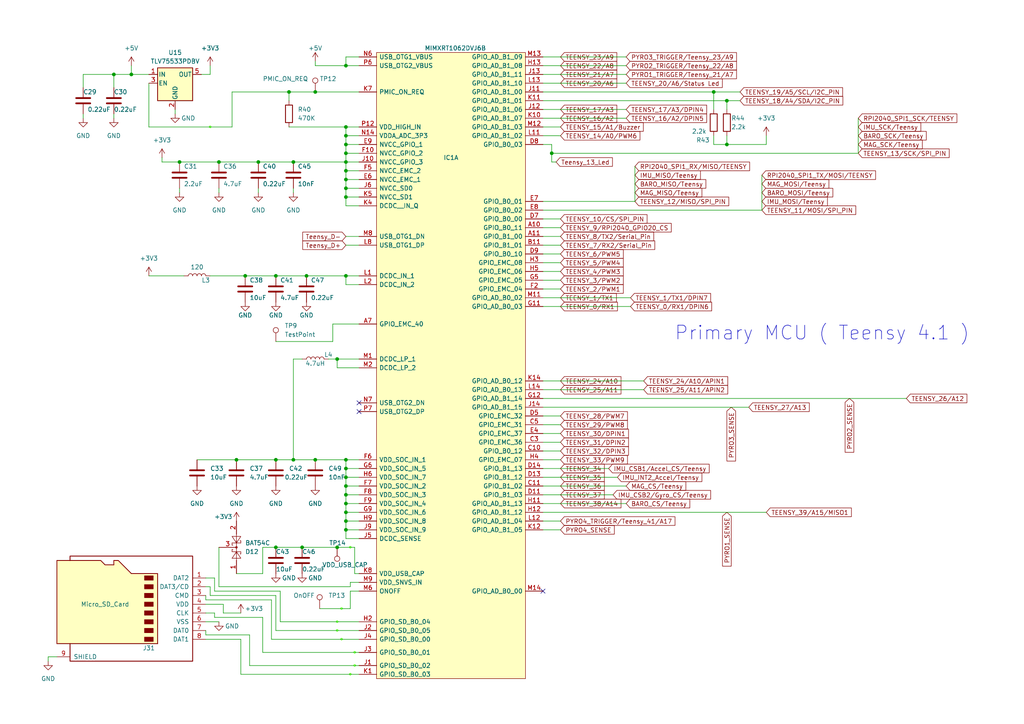
<source format=kicad_sch>
(kicad_sch (version 20231120) (generator "eeschema") (generator_version "8.0")
  (paper "A4")
  (junction (at 91.44 133.35))
  (junction (at 74.93 46.99))
  (junction (at 33.02 21.59))
  (junction (at 100.33 135.89))
  (junction (at 52.07 46.99))
  (junction (at 38.1 21.59))
  (junction (at 100.33 140.97))
  (junction (at 80.01 133.35))
  (junction (at 91.44 26.67))
  (junction (at 100.33 143.51))
  (junction (at 210.82 29.21))
  (junction (at 83.82 26.67))
  (junction (at 71.12 80.01))
  (junction (at 100.33 52.07))
  (junction (at 100.33 80.01))
  (junction (at 100.33 151.13))
  (junction (at 100.33 49.53))
  (junction (at 100.33 46.99))
  (junction (at 207.01 26.67))
  (junction (at 87.63 158.75))
  (junction (at 100.33 146.05))
  (junction (at 100.33 153.67))
  (junction (at 100.33 54.61))
  (junction (at 100.33 57.15))
  (junction (at 85.09 133.35))
  (junction (at 100.33 133.35))
  (junction (at 97.79 158.75))
  (junction (at 97.79 104.14))
  (junction (at 100.33 36.83))
  (junction (at 100.33 148.59))
  (junction (at 100.33 44.45))
  (junction (at 100.33 19.05))
  (junction (at 100.33 41.91))
  (junction (at 210.82 41.91))
  (junction (at 88.9 80.01))
  (junction (at 68.58 133.35))
  (junction (at 63.5 46.99))
  (junction (at 80.01 80.01))
  (junction (at 85.09 46.99))
  (junction (at 100.33 39.37))
  (junction (at 80.01 158.75))
  (junction (at 100.33 138.43))
  (junction (at 160.02 44.45))
  (no_connect (at 157.48 171.45))
  (no_connect (at 104.14 116.84))
  (no_connect (at 104.14 119.38))
  (wire (pts (xy 13.97 190.5) (xy 16.51 190.5)))
  (wire (pts (xy 60.96 170.18) (xy 60.96 172.72)))
  (wire (pts (xy 67.31 36.83) (xy 67.31 26.67)))
  (wire (pts (xy 100.33 146.05) (xy 100.33 148.59)))
  (wire (pts (xy 83.82 26.67) (xy 91.44 26.67)))
  (wire (pts (xy 100.33 71.12) (xy 104.14 71.12)))
  (wire (pts (xy 59.69 177.8) (xy 62.23 177.8)))
  (wire (pts (xy 67.31 26.67) (xy 83.82 26.67)))
  (wire (pts (xy 100.33 46.99) (xy 104.14 46.99)))
  (wire (pts (xy 76.2 158.75) (xy 80.01 158.75)))
  (wire (pts (xy 157.48 26.67) (xy 207.01 26.67)))
  (wire (pts (xy 100.33 52.07) (xy 100.33 54.61)))
  (wire (pts (xy 81.28 171.45) (xy 62.23 171.45)))
  (wire (pts (xy 63.5 170.18) (xy 63.5 158.75)))
  (wire (pts (xy 100.33 140.97) (xy 104.14 140.97)))
  (wire (pts (xy 100.33 49.53) (xy 104.14 49.53)))
  (wire (pts (xy 97.79 104.14) (xy 104.14 104.14)))
  (wire (pts (xy 157.48 123.19) (xy 162.56 123.19)))
  (wire (pts (xy 100.33 36.83) (xy 104.14 36.83)))
  (wire (pts (xy 157.48 115.57) (xy 262.89 115.57)))
  (wire (pts (xy 100.33 153.67) (xy 104.14 153.67)))
  (wire (pts (xy 157.48 81.28) (xy 162.56 81.28)))
  (wire (pts (xy 157.48 133.35) (xy 162.56 133.35)))
  (wire (pts (xy 100.33 143.51) (xy 100.33 146.05)))
  (wire (pts (xy 78.74 185.42) (xy 104.14 185.42)))
  (wire (pts (xy 83.82 26.67) (xy 83.82 29.21)))
  (wire (pts (xy 100.33 36.83) (xy 100.33 39.37)))
  (wire (pts (xy 157.48 151.13) (xy 162.56 151.13)))
  (wire (pts (xy 100.33 41.91) (xy 104.14 41.91)))
  (wire (pts (xy 76.2 166.37) (xy 76.2 158.75)))
  (wire (pts (xy 157.48 130.81) (xy 162.56 130.81)))
  (wire (pts (xy 160.02 44.45) (xy 160.02 41.91)))
  (wire (pts (xy 157.48 31.75) (xy 181.61 31.75)))
  (wire (pts (xy 59.69 172.72) (xy 59.69 173.99)))
  (wire (pts (xy 97.79 158.75) (xy 102.87 158.75)))
  (wire (pts (xy 59.69 184.15) (xy 59.69 182.88)))
  (wire (pts (xy 157.48 21.59) (xy 181.61 21.59)))
  (wire (pts (xy 157.48 125.73) (xy 162.56 125.73)))
  (wire (pts (xy 33.02 25.4) (xy 33.02 21.59)))
  (wire (pts (xy 88.9 80.01) (xy 100.33 80.01)))
  (wire (pts (xy 59.69 170.18) (xy 60.96 170.18)))
  (wire (pts (xy 97.79 106.68) (xy 97.79 104.14)))
  (wire (pts (xy 69.85 185.42) (xy 69.85 195.58)))
  (wire (pts (xy 85.09 104.14) (xy 85.09 133.35)))
  (wire (pts (xy 100.33 44.45) (xy 100.33 46.99)))
  (wire (pts (xy 46.99 45.72) (xy 46.99 46.99)))
  (wire (pts (xy 100.33 146.05) (xy 104.14 146.05)))
  (wire (pts (xy 100.33 54.61) (xy 100.33 57.15)))
  (wire (pts (xy 38.1 21.59) (xy 43.18 21.59)))
  (wire (pts (xy 100.33 39.37) (xy 104.14 39.37)))
  (wire (pts (xy 101.6 168.91) (xy 104.14 168.91)))
  (wire (pts (xy 60.96 19.05) (xy 60.96 21.59)))
  (wire (pts (xy 46.99 46.99) (xy 52.07 46.99)))
  (wire (pts (xy 100.33 148.59) (xy 100.33 151.13)))
  (wire (pts (xy 210.82 29.21) (xy 214.63 29.21)))
  (wire (pts (xy 157.48 140.97) (xy 181.61 140.97)))
  (wire (pts (xy 81.28 180.34) (xy 104.14 180.34)))
  (wire (pts (xy 157.48 60.96) (xy 220.98 60.96)))
  (wire (pts (xy 220.98 50.8) (xy 220.98 60.96)))
  (wire (pts (xy 72.39 184.15) (xy 72.39 193.04)))
  (wire (pts (xy 104.14 82.55) (xy 100.33 82.55)))
  (wire (pts (xy 100.33 148.59) (xy 104.14 148.59)))
  (wire (pts (xy 85.09 133.35) (xy 91.44 133.35)))
  (wire (pts (xy 63.5 46.99) (xy 74.93 46.99)))
  (wire (pts (xy 160.02 46.99) (xy 161.29 46.99)))
  (wire (pts (xy 184.15 48.26) (xy 184.15 58.42)))
  (wire (pts (xy 80.01 80.01) (xy 88.9 80.01)))
  (wire (pts (xy 85.09 46.99) (xy 100.33 46.99)))
  (wire (pts (xy 157.48 68.58) (xy 162.56 68.58)))
  (wire (pts (xy 87.63 158.75) (xy 97.79 158.75)))
  (wire (pts (xy 52.07 55.88) (xy 52.07 54.61)))
  (wire (pts (xy 207.01 26.67) (xy 207.01 31.75)))
  (wire (pts (xy 157.48 71.12) (xy 162.56 71.12)))
  (wire (pts (xy 157.48 86.36) (xy 182.88 86.36)))
  (wire (pts (xy 100.33 151.13) (xy 100.33 153.67)))
  (wire (pts (xy 68.58 133.35) (xy 80.01 133.35)))
  (wire (pts (xy 57.15 133.35) (xy 68.58 133.35)))
  (wire (pts (xy 157.48 118.11) (xy 217.17 118.11)))
  (wire (pts (xy 80.01 172.72) (xy 80.01 182.88)))
  (wire (pts (xy 100.33 138.43) (xy 104.14 138.43)))
  (wire (pts (xy 157.48 76.2) (xy 162.56 76.2)))
  (wire (pts (xy 62.23 177.8) (xy 62.23 179.07)))
  (wire (pts (xy 85.09 55.88) (xy 85.09 54.61)))
  (wire (pts (xy 100.33 49.53) (xy 100.33 52.07)))
  (wire (pts (xy 80.01 133.35) (xy 85.09 133.35)))
  (wire (pts (xy 157.48 29.21) (xy 210.82 29.21)))
  (wire (pts (xy 157.48 36.83) (xy 162.56 36.83)))
  (wire (pts (xy 62.23 171.45) (xy 62.23 167.64)))
  (wire (pts (xy 91.44 17.78) (xy 91.44 19.05)))
  (wire (pts (xy 157.48 83.82) (xy 162.56 83.82)))
  (wire (pts (xy 157.48 143.51) (xy 177.8 143.51)))
  (wire (pts (xy 64.77 177.8) (xy 64.77 175.26)))
  (wire (pts (xy 157.48 148.59) (xy 222.25 148.59)))
  (wire (pts (xy 43.18 24.13) (xy 43.18 36.83)))
  (wire (pts (xy 100.33 133.35) (xy 100.33 135.89)))
  (wire (pts (xy 157.48 66.04) (xy 162.56 66.04)))
  (wire (pts (xy 100.33 80.01) (xy 104.14 80.01)))
  (wire (pts (xy 74.93 55.88) (xy 74.93 54.61)))
  (wire (pts (xy 100.33 57.15) (xy 100.33 59.69)))
  (wire (pts (xy 157.48 34.29) (xy 181.61 34.29)))
  (wire (pts (xy 33.02 33.02) (xy 33.02 34.29)))
  (wire (pts (xy 43.18 80.01) (xy 53.34 80.01)))
  (wire (pts (xy 157.48 16.51) (xy 181.61 16.51)))
  (wire (pts (xy 100.33 59.69) (xy 104.14 59.69)))
  (wire (pts (xy 101.6 171.45) (xy 104.14 171.45)))
  (wire (pts (xy 24.13 25.4) (xy 24.13 21.59)))
  (wire (pts (xy 104.14 106.68) (xy 97.79 106.68)))
  (wire (pts (xy 63.5 55.88) (xy 63.5 54.61)))
  (wire (pts (xy 72.39 193.04) (xy 104.14 193.04)))
  (wire (pts (xy 100.33 151.13) (xy 104.14 151.13)))
  (wire (pts (xy 33.02 21.59) (xy 38.1 21.59)))
  (wire (pts (xy 96.52 93.98) (xy 104.14 93.98)))
  (wire (pts (xy 80.01 158.75) (xy 87.63 158.75)))
  (wire (pts (xy 104.14 166.37) (xy 102.87 166.37)))
  (wire (pts (xy 100.33 68.58) (xy 104.14 68.58)))
  (wire (pts (xy 100.33 39.37) (xy 100.33 41.91)))
  (wire (pts (xy 100.33 140.97) (xy 100.33 143.51)))
  (wire (pts (xy 76.2 189.23) (xy 104.14 189.23)))
  (wire (pts (xy 24.13 33.02) (xy 24.13 34.29)))
  (wire (pts (xy 92.71 176.53) (xy 101.6 176.53)))
  (wire (pts (xy 24.13 21.59) (xy 33.02 21.59)))
  (wire (pts (xy 157.48 138.43) (xy 179.07 138.43)))
  (wire (pts (xy 157.48 39.37) (xy 162.56 39.37)))
  (wire (pts (xy 100.33 138.43) (xy 100.33 140.97)))
  (wire (pts (xy 100.33 16.51) (xy 104.14 16.51)))
  (wire (pts (xy 157.48 88.9) (xy 182.88 88.9)))
  (wire (pts (xy 80.01 182.88) (xy 104.14 182.88)))
  (wire (pts (xy 59.69 185.42) (xy 69.85 185.42)))
  (wire (pts (xy 80.01 99.06) (xy 96.52 99.06)))
  (wire (pts (xy 91.44 133.35) (xy 100.33 133.35)))
  (wire (pts (xy 160.02 44.45) (xy 160.02 46.99)))
  (wire (pts (xy 207.01 41.91) (xy 210.82 41.91)))
  (wire (pts (xy 157.48 120.65) (xy 162.56 120.65)))
  (wire (pts (xy 157.48 24.13) (xy 181.61 24.13)))
  (wire (pts (xy 100.33 135.89) (xy 100.33 138.43)))
  (wire (pts (xy 100.33 135.89) (xy 104.14 135.89)))
  (wire (pts (xy 157.48 110.49) (xy 186.69 110.49)))
  (wire (pts (xy 157.48 73.66) (xy 162.56 73.66)))
  (wire (pts (xy 74.93 46.99) (xy 85.09 46.99)))
  (wire (pts (xy 101.6 170.18) (xy 101.6 168.91)))
  (wire (pts (xy 60.96 172.72) (xy 80.01 172.72)))
  (wire (pts (xy 222.25 41.91) (xy 222.25 39.37)))
  (wire (pts (xy 91.44 26.67) (xy 104.14 26.67)))
  (wire (pts (xy 157.48 78.74) (xy 162.56 78.74)))
  (wire (pts (xy 100.33 19.05) (xy 104.14 19.05)))
  (wire (pts (xy 100.33 46.99) (xy 100.33 49.53)))
  (wire (pts (xy 13.97 191.77) (xy 13.97 190.5)))
  (wire (pts (xy 100.33 16.51) (xy 100.33 19.05)))
  (wire (pts (xy 101.6 176.53) (xy 101.6 171.45)))
  (wire (pts (xy 210.82 39.37) (xy 210.82 41.91)))
  (wire (pts (xy 101.6 170.18) (xy 63.5 170.18)))
  (wire (pts (xy 78.74 173.99) (xy 78.74 185.42)))
  (wire (pts (xy 85.09 104.14) (xy 87.63 104.14)))
  (wire (pts (xy 157.48 113.03) (xy 186.69 113.03)))
  (wire (pts (xy 83.82 36.83) (xy 100.33 36.83)))
  (wire (pts (xy 157.48 19.05) (xy 181.61 19.05)))
  (wire (pts (xy 71.12 80.01) (xy 80.01 80.01)))
  (wire (pts (xy 62.23 179.07) (xy 76.2 179.07)))
  (wire (pts (xy 50.8 33.02) (xy 50.8 31.75)))
  (wire (pts (xy 43.18 36.83) (xy 67.31 36.83)))
  (wire (pts (xy 207.01 39.37) (xy 207.01 41.91)))
  (wire (pts (xy 104.14 156.21) (xy 100.33 156.21)))
  (wire (pts (xy 76.2 179.07) (xy 76.2 189.23)))
  (wire (pts (xy 100.33 54.61) (xy 104.14 54.61)))
  (wire (pts (xy 59.69 180.34) (xy 63.5 180.34)))
  (wire (pts (xy 100.33 133.35) (xy 104.14 133.35)))
  (wire (pts (xy 100.33 143.51) (xy 104.14 143.51)))
  (wire (pts (xy 100.33 52.07) (xy 104.14 52.07)))
  (wire (pts (xy 64.77 175.26) (xy 59.69 175.26)))
  (wire (pts (xy 100.33 41.91) (xy 100.33 44.45)))
  (wire (pts (xy 157.48 128.27) (xy 162.56 128.27)))
  (wire (pts (xy 102.87 166.37) (xy 102.87 158.75)))
  (wire (pts (xy 157.48 146.05) (xy 181.61 146.05)))
  (wire (pts (xy 160.02 41.91) (xy 157.48 41.91)))
  (wire (pts (xy 95.25 104.14) (xy 97.79 104.14)))
  (wire (pts (xy 38.1 19.05) (xy 38.1 21.59)))
  (wire (pts (xy 157.48 63.5) (xy 162.56 63.5)))
  (wire (pts (xy 100.33 153.67) (xy 100.33 156.21)))
  (wire (pts (xy 157.48 58.42) (xy 184.15 58.42)))
  (wire (pts (xy 81.28 180.34) (xy 81.28 171.45)))
  (wire (pts (xy 100.33 44.45) (xy 104.14 44.45)))
  (wire (pts (xy 248.92 34.29) (xy 248.92 44.45)))
  (wire (pts (xy 100.33 57.15) (xy 104.14 57.15)))
  (wire (pts (xy 59.69 173.99) (xy 78.74 173.99)))
  (wire (pts (xy 100.33 80.01) (xy 100.33 82.55)))
  (wire (pts (xy 60.96 80.01) (xy 71.12 80.01)))
  (wire (pts (xy 160.02 44.45) (xy 248.92 44.45)))
  (wire (pts (xy 157.48 153.67) (xy 162.56 153.67)))
  (wire (pts (xy 210.82 29.21) (xy 210.82 31.75)))
  (wire (pts (xy 69.85 195.58) (xy 104.14 195.58)))
  (wire (pts (xy 59.69 184.15) (xy 72.39 184.15)))
  (wire (pts (xy 91.44 19.05) (xy 100.33 19.05)))
  (wire (pts (xy 52.07 46.99) (xy 63.5 46.99)))
  (wire (pts (xy 68.58 166.37) (xy 76.2 166.37)))
  (wire (pts (xy 157.48 135.89) (xy 176.53 135.89)))
  (wire (pts (xy 207.01 26.67) (xy 214.63 26.67)))
  (wire (pts (xy 210.82 41.91) (xy 222.25 41.91)))
  (wire (pts (xy 96.52 99.06) (xy 96.52 93.98)))
  (wire (pts (xy 60.96 21.59) (xy 58.42 21.59)))
  (wire (pts (xy 64.77 177.8) (xy 69.85 177.8)))
  (wire (pts (xy 59.69 167.64) (xy 62.23 167.64)))
  (text "Primary MCU ( Teensy 4.1 )" (at 195.58 99.06 0) (effects (font (size 4 4)) (justify left bottom)))
  (global_label "PYRO3_SENSE" (shape input) (at 212.09 118.11 270) (property "Intersheetrefs" "${INTERSHEET_REFS}" (effects (hide yes))))
  (global_label "TEENSY_13{slash}SCK{slash}SPI_PIN" (shape input) (at 248.92 44.45 0) (property "Intersheetrefs" "${INTERSHEET_REFS}" (effects (hide yes))))
  (global_label "TEENSY_24{slash}A10{slash}APIN1" (shape input) (at 186.69 110.49 0) (property "Intersheetrefs" "${INTERSHEET_REFS}" (effects (hide yes))))
  (global_label "TEENSY_15{slash}A1{slash}Buzzer" (shape input) (at 162.56 36.83 0) (property "Intersheetrefs" "${INTERSHEET_REFS}" (effects (hide yes))))
  (global_label "IMU_INT2_Accel{slash}Teensy" (shape input) (at 179.07 138.43 0) (property "Intersheetrefs" "${INTERSHEET_REFS}" (effects (hide yes))))
  (global_label "BARO_CS{slash}Teensy" (shape input) (at 181.61 146.05 0) (property "Intersheetrefs" "${INTERSHEET_REFS}" (effects (hide yes))))
  (global_label "RPI2040_SPI1_RX{slash}MISO{slash}TEENSY" (shape input) (at 184.15 48.26 0) (property "Intersheetrefs" "${INTERSHEET_REFS}" (effects (hide yes))))
  (global_label "TEENSY_32{slash}DPIN3" (shape input) (at 162.56 130.81 0) (property "Intersheetrefs" "${INTERSHEET_REFS}" (effects (hide yes))))
  (global_label "BARO_MISO{slash}Teensy" (shape input) (at 184.15 53.34 0) (property "Intersheetrefs" "${INTERSHEET_REFS}" (effects (hide yes))))
  (global_label "IMU_CSB1{slash}Accel_CS{slash}Teensy" (shape input) (at 176.53 135.89 0) (property "Intersheetrefs" "${INTERSHEET_REFS}" (effects (hide yes))))
  (global_label "TEENSY_18{slash}A4{slash}SDA{slash}I2C_PIN" (shape input) (at 214.63 29.21 0) (property "Intersheetrefs" "${INTERSHEET_REFS}" (effects (hide yes))))
  (global_label "TEENSY_1{slash}TX1{slash}DPIN7" (shape input) (at 182.88 86.36 0) (property "Intersheetrefs" "${INTERSHEET_REFS}" (effects (hide yes))))
  (global_label "MAG_MOSI{slash}Teensy" (shape input) (at 220.98 53.34 0) (property "Intersheetrefs" "${INTERSHEET_REFS}" (effects (hide yes))))
  (global_label "TEENSY_30{slash}DPIN1" (shape input) (at 162.56 125.73 0) (property "Intersheetrefs" "${INTERSHEET_REFS}" (effects (hide yes))))
  (global_label "RPI2040_SPI1_TX{slash}MOSI{slash}TEENSY" (shape input) (at 220.98 50.8 0) (property "Intersheetrefs" "${INTERSHEET_REFS}" (effects (hide yes))))
  (global_label "TEENSY_8{slash}TX2{slash}Serial_Pin" (shape input) (at 162.56 68.58 0) (property "Intersheetrefs" "${INTERSHEET_REFS}" (effects (hide yes))))
  (global_label "TEENSY_16{slash}A2{slash}DPIN5" (shape input) (at 181.61 34.29 0) (property "Intersheetrefs" "${INTERSHEET_REFS}" (effects (hide yes))))
  (global_label "PYRO2_SENSE" (shape input) (at 246.38 115.57 270) (property "Intersheetrefs" "${INTERSHEET_REFS}" (effects (hide yes))))
  (global_label "IMU_MISO{slash}Teensy" (shape input) (at 184.15 50.8 0) (property "Intersheetrefs" "${INTERSHEET_REFS}" (effects (hide yes))))
  (global_label "TEENSY_17{slash}A3{slash}DPIN4" (shape input) (at 181.61 31.75 0) (property "Intersheetrefs" "${INTERSHEET_REFS}" (effects (hide yes))))
  (global_label "TEENSY_11{slash}MOSI{slash}SPI_PIN" (shape input) (at 220.98 60.96 0) (property "Intersheetrefs" "${INTERSHEET_REFS}" (effects (hide yes))))
  (global_label "TEENSY_6{slash}PWM5" (shape input) (at 162.56 73.66 0) (property "Intersheetrefs" "${INTERSHEET_REFS}" (effects (hide yes))))
  (global_label "TEENSY_5{slash}PWM4" (shape input) (at 162.56 76.2 0) (property "Intersheetrefs" "${INTERSHEET_REFS}" (effects (hide yes))))
  (global_label "TEENSY_37" (shape input) (at 162.56 143.51 0) (property "Intersheetrefs" "${INTERSHEET_REFS}" (effects (hide yes))))
  (global_label "Teensy_13_Led" (shape input) (at 161.29 46.99 0) (property "Intersheetrefs" "${INTERSHEET_REFS}" (effects (hide yes))))
  (global_label "TEENSY_3{slash}PWM2" (shape input) (at 162.56 81.28 0) (property "Intersheetrefs" "${INTERSHEET_REFS}" (effects (hide yes))))
  (global_label "TEENSY_16{slash}A2" (shape input) (at 162.56 34.29 0) (property "Intersheetrefs" "${INTERSHEET_REFS}" (effects (hide yes))))
  (global_label "MAG_MISO{slash}Teensy" (shape input) (at 184.15 55.88 0) (property "Intersheetrefs" "${INTERSHEET_REFS}" (effects (hide yes))))
  (global_label "TEENSY_20{slash}A6{slash}Status Led" (shape input) (at 181.61 24.13 0) (property "Intersheetrefs" "${INTERSHEET_REFS}" (effects (hide yes))))
  (global_label "TEENSY_33{slash}PWM9" (shape input) (at 162.56 133.35 0) (property "Intersheetrefs" "${INTERSHEET_REFS}" (effects (hide yes))))
  (global_label "IMU_MOSI{slash}Teensy" (shape input) (at 220.98 58.42 0) (property "Intersheetrefs" "${INTERSHEET_REFS}" (effects (hide yes))))
  (global_label "Teensy_D+" (shape input) (at 100.33 71.12 180) (property "Intersheetrefs" "${INTERSHEET_REFS}" (effects (hide yes))))
  (global_label "TEENSY_23{slash}A9" (shape input) (at 162.56 16.51 0) (property "Intersheetrefs" "${INTERSHEET_REFS}" (effects (hide yes))))
  (global_label "TEENSY_28{slash}PWM7" (shape input) (at 162.56 120.65 0) (property "Intersheetrefs" "${INTERSHEET_REFS}" (effects (hide yes))))
  (global_label "PYRO4_SENSE" (shape input) (at 162.56 153.67 0) (property "Intersheetrefs" "${INTERSHEET_REFS}" (effects (hide yes))))
  (global_label "TEENSY_14{slash}A0{slash}PWM6" (shape input) (at 162.56 39.37 0) (property "Intersheetrefs" "${INTERSHEET_REFS}" (effects (hide yes))))
  (global_label "TEENSY_26{slash}A12" (shape input) (at 262.89 115.57 0) (property "Intersheetrefs" "${INTERSHEET_REFS}" (effects (hide yes))))
  (global_label "TEENSY_1{slash}TX1" (shape input) (at 162.56 86.36 0) (property "Intersheetrefs" "${INTERSHEET_REFS}" (effects (hide yes))))
  (global_label "MAG_SCK{slash}Teensy" (shape input) (at 248.92 41.91 0) (property "Intersheetrefs" "${INTERSHEET_REFS}" (effects (hide yes))))
  (global_label "PYRO3_TRIGGER{slash}Teensy_23{slash}A9" (shape input) (at 181.61 16.51 0) (property "Intersheetrefs" "${INTERSHEET_REFS}" (effects (hide yes))))
  (global_label "TEENSY_25{slash}A11{slash}APIN2" (shape input) (at 186.69 113.03 0) (property "Intersheetrefs" "${INTERSHEET_REFS}" (effects (hide yes))))
  (global_label "MAG_CS{slash}Teensy" (shape input) (at 181.61 140.97 0) (property "Intersheetrefs" "${INTERSHEET_REFS}" (effects (hide yes))))
  (global_label "TEENSY_20{slash}A6" (shape input) (at 162.56 24.13 0) (property "Intersheetrefs" "${INTERSHEET_REFS}" (effects (hide yes))))
  (global_label "RPI2040_SPI1_SCK{slash}TEENSY" (shape input) (at 248.92 34.29 0) (property "Intersheetrefs" "${INTERSHEET_REFS}" (effects (hide yes))))
  (global_label "TEENSY_25{slash}A11" (shape input) (at 162.56 113.03 0) (property "Intersheetrefs" "${INTERSHEET_REFS}" (effects (hide yes))))
  (global_label "TEENSY_17{slash}A3" (shape input) (at 162.56 31.75 0) (property "Intersheetrefs" "${INTERSHEET_REFS}" (effects (hide yes))))
  (global_label "TEENSY_34" (shape input) (at 162.56 135.89 0) (property "Intersheetrefs" "${INTERSHEET_REFS}" (effects (hide yes))))
  (global_label "IMU_SCK{slash}Teensy" (shape input) (at 248.92 36.83 0) (property "Intersheetrefs" "${INTERSHEET_REFS}" (effects (hide yes))))
  (global_label "TEENSY_19{slash}A5{slash}SCL{slash}I2C_PIN" (shape input) (at 214.63 26.67 0) (property "Intersheetrefs" "${INTERSHEET_REFS}" (effects (hide yes))))
  (global_label "TEENSY_7{slash}RX2{slash}Serial_Pin" (shape input) (at 162.56 71.12 0) (property "Intersheetrefs" "${INTERSHEET_REFS}" (effects (hide yes))))
  (global_label "TEENSY_24{slash}A10" (shape input) (at 162.56 110.49 0) (property "Intersheetrefs" "${INTERSHEET_REFS}" (effects (hide yes))))
  (global_label "TEENSY_0{slash}RX1" (shape input) (at 162.56 88.9 0) (property "Intersheetrefs" "${INTERSHEET_REFS}" (effects (hide yes))))
  (global_label "TEENSY_2{slash}PWM1" (shape input) (at 162.56 83.82 0) (property "Intersheetrefs" "${INTERSHEET_REFS}" (effects (hide yes))))
  (global_label "PYRO4_TRIGGER{slash}Teensy_41{slash}A17" (shape input) (at 162.56 151.13 0) (property "Intersheetrefs" "${INTERSHEET_REFS}" (effects (hide yes))))
  (global_label "TEENSY_39{slash}A15{slash}MISO1" (shape input) (at 222.25 148.59 0) (property "Intersheetrefs" "${INTERSHEET_REFS}" (effects (hide yes))))
  (global_label "Teensy_D-" (shape input) (at 100.33 68.58 180) (property "Intersheetrefs" "${INTERSHEET_REFS}" (effects (hide yes))))
  (global_label "TEENSY_29{slash}PWM8" (shape input) (at 162.56 123.19 0) (property "Intersheetrefs" "${INTERSHEET_REFS}" (effects (hide yes))))
  (global_label "PYRO1_SENSE" (shape input) (at 210.82 148.59 270) (property "Intersheetrefs" "${INTERSHEET_REFS}" (effects (hide yes))))
  (global_label "BARO_SCK{slash}Teensy" (shape input) (at 248.92 39.37 0) (property "Intersheetrefs" "${INTERSHEET_REFS}" (effects (hide yes))))
  (global_label "TEENSY_9{slash}RPI2040_GPIO20_CS" (shape input) (at 162.56 66.04 0) (property "Intersheetrefs" "${INTERSHEET_REFS}" (effects (hide yes))))
  (global_label "TEENSY_12{slash}MISO{slash}SPI_PIN" (shape input) (at 184.15 58.42 0) (property "Intersheetrefs" "${INTERSHEET_REFS}" (effects (hide yes))))
  (global_label "TEENSY_22{slash}A8" (shape input) (at 162.56 19.05 0) (property "Intersheetrefs" "${INTERSHEET_REFS}" (effects (hide yes))))
  (global_label "TEENSY_0{slash}RX1{slash}DPIN6" (shape input) (at 182.88 88.9 0) (property "Intersheetrefs" "${INTERSHEET_REFS}" (effects (hide yes))))
  (global_label "TEENSY_4{slash}PWM3" (shape input) (at 162.56 78.74 0) (property "Intersheetrefs" "${INTERSHEET_REFS}" (effects (hide yes))))
  (global_label "PYRO2_TRIGGER{slash}Teensy_22{slash}A8" (shape input) (at 181.61 19.05 0) (property "Intersheetrefs" "${INTERSHEET_REFS}" (effects (hide yes))))
  (global_label "TEENSY_36" (shape input) (at 162.56 140.97 0) (property "Intersheetrefs" "${INTERSHEET_REFS}" (effects (hide yes))))
  (global_label "PYRO1_TRIGGER{slash}Teensy_21{slash}A7" (shape input) (at 181.61 21.59 0) (property "Intersheetrefs" "${INTERSHEET_REFS}" (effects (hide yes))))
  (global_label "TEENSY_27{slash}A13" (shape input) (at 217.17 118.11 0) (property "Intersheetrefs" "${INTERSHEET_REFS}" (effects (hide yes))))
  (global_label "BARO_MOSI{slash}Teensy" (shape input) (at 220.98 55.88 0) (property "Intersheetrefs" "${INTERSHEET_REFS}" (effects (hide yes))))
  (global_label "TEENSY_10{slash}CS{slash}SPI_PIN" (shape input) (at 162.56 63.5 0) (property "Intersheetrefs" "${INTERSHEET_REFS}" (effects (hide yes))))
  (global_label "IMU_CSB2{slash}Gyro_CS{slash}Teensy" (shape input) (at 177.8 143.51 0) (property "Intersheetrefs" "${INTERSHEET_REFS}" (effects (hide yes))))
  (global_label "TEENSY_31{slash}DPIN2" (shape input) (at 162.56 128.27 0) (property "Intersheetrefs" "${INTERSHEET_REFS}" (effects (hide yes))))
  (global_label "TEENSY_38{slash}A14" (shape input) (at 162.56 146.05 0) (property "Intersheetrefs" "${INTERSHEET_REFS}" (effects (hide yes))))
  (global_label "TEENSY_21{slash}A7" (shape input) (at 162.56 21.59 0) (property "Intersheetrefs" "${INTERSHEET_REFS}" (effects (hide yes))))
  (global_label "TEENSY_35" (shape input) (at 162.56 138.43 0) (property "Intersheetrefs" "${INTERSHEET_REFS}" (effects (hide yes))))
  (netclass_flag "" (length 0.05) (shape dot) (at 101.6 158.75 0) (property "Netclass" "signal" (effects (hide yes))))
  (netclass_flag "" (length 0.05) (shape dot) (at 60.96 36.83 0) (property "Netclass" "signal" (effects (hide yes))))
  (netclass_flag "" (length 0.05) (shape dot) (at 97.79 182.88 0) (property "Netclass" "signal" (effects (hide yes))))
  (netclass_flag "" (length 0.05) (shape dot) (at 101.6 195.58 0) (property "Netclass" "signal" (effects (hide yes))))
  (netclass_flag "" (length 0.05) (shape dot) (at 97.79 180.34 0) (property "Netclass" "signal" (effects (hide yes))))
  (netclass_flag "" (length 0.05) (shape dot) (at 102.87 193.04 0) (property "Netclass" "signal" (effects (hide yes))))
  (netclass_flag "" (length 0.05) (shape dot) (at 99.06 176.53 0) (property "Netclass" "signal" (effects (hide yes))))
  (netclass_flag "" (length 0.05) (shape dot) (at 102.87 189.23 0) (property "Netclass" "signal" (effects (hide yes))))
  (netclass_flag "" (length 0.05) (shape dot) (at 99.06 185.42 0) (property "Netclass" "signal" (effects (hide yes))))
  (symbol (lib_id "Device:C") (at 68.58 137.16 0) (unit 1)
    (property "Reference" "C37" (at 72.39 135.89 0) (effects (justify left)))
    (property "Value" "4.7uF" (at 72.39 138.43 0) (effects (justify left)))
    (property "Footprint" "Capacitor_SMD:C_0603_1608Metric" (effects (hide yes)))
  )
  (symbol (lib_id "Connector:TestPoint") (at 92.71 176.53 0) (unit 1)
    (property "Reference" "TP13" (at 95.25 172.72 0) (effects (justify left)))
    (property "Value" "OnOFF" (at 85.09 172.72 0) (effects (justify left)))
    (property "Footprint" "TestPoint:TestPoint_Pad_D1.0mm" (effects (hide yes)))
  )
  (symbol (lib_id "Device:C") (at 80.01 137.16 0) (unit 1)
    (property "Reference" "C42" (at 83.82 135.89 0) (effects (justify left)))
    (property "Value" "0.22uF" (at 82.55 138.43 0) (effects (justify left)))
    (property "Footprint" "Capacitor_SMD:C_0402_1005Metric" (effects (hide yes)))
  )
  (symbol (lib_id "power:+3V3") (at 69.85 177.8 0) (unit 1)
    (property "Reference" "#PWR0124" (effects (hide yes)))
    (property "Value" "+3V3" (at 73.66 176.53 0))
  )
  (symbol (lib_id "Device:C") (at 24.13 29.21 0) (unit 1)
    (property "Reference" "C29" (at 24.13 26.67 0) (effects (justify left)))
    (property "Value" "0.22uF" (at 25.4 31.75 0) (effects (justify left)))
    (property "Footprint" "Capacitor_SMD:C_0402_1005Metric" (effects (hide yes)))
  )
  (symbol (lib_id "Device:R") (at 210.82 35.56 0) (unit 1)
    (property "Reference" "R44" (at 212.09 34.29 0) (effects (justify left)))
    (property "Value" "2.2k" (at 212.09 36.83 0) (effects (justify left)))
    (property "Footprint" "Resistor_SMD:R_0603_1608Metric" (effects (hide yes)))
  )
  (symbol (lib_id "Device:R") (at 83.82 33.02 0) (unit 1)
    (property "Reference" "R40" (at 86.36 31.75 0) (effects (justify left)))
    (property "Value" "470K" (at 86.36 34.29 0) (effects (justify left)))
    (property "Footprint" "Resistor_SMD:R_0603_1608Metric" (effects (hide yes)))
  )
  (symbol (lib_id "Device:C") (at 87.63 162.56 0) (unit 1)
    (property "Reference" "C46" (at 87.63 160.02 0) (effects (justify left)))
    (property "Value" "0.22uF" (at 87.63 165.1 0) (effects (justify left)))
    (property "Footprint" "Capacitor_SMD:C_0402_1005Metric" (effects (hide yes)))
  )
  (symbol (lib_id "Connector:TestPoint") (at 80.01 99.06 0) (unit 1)
    (property "Reference" "TP9" (at 82.55 94.488 0) (effects (justify left)))
    (property "Value" "TestPoint" (at 82.55 97.028 0) (effects (justify left)))
    (property "Footprint" "TestPoint:TestPoint_Pad_D1.0mm" (effects (hide yes)))
  )
  (symbol (lib_id "power:GND") (at 71.12 87.63 0) (unit 1)
    (property "Reference" "#PWR0104" (effects (hide yes)))
    (property "Value" "GND" (at 71.12 91.44 0))
  )
  (symbol (lib_id "Device:C") (at 88.9 83.82 0) (unit 1)
    (property "Reference" "C47" (at 90.17 81.28 0) (effects (justify left)))
    (property "Value" "0.22uF" (at 90.17 86.36 0) (effects (justify left)))
    (property "Footprint" "Capacitor_SMD:C_0402_1005Metric" (effects (hide yes)))
  )
  (symbol (lib_id "power:+3V3") (at 68.58 151.13 0) (unit 1)
    (property "Reference" "#PWR0103" (effects (hide yes)))
    (property "Value" "+3V3" (at 64.77 149.86 0))
  )
  (symbol (lib_id "Device:L") (at 91.44 104.14 90) (unit 1)
    (property "Reference" "L4" (at 95.25 102.87 90))
    (property "Value" "4.7uH" (at 91.44 105.41 90))
    (property "Footprint" "Inductor_SMD:L_0805_2012Metric" (effects (hide yes)))
  )
  (symbol (lib_id "power:+5V") (at 91.44 17.78 0) (unit 1)
    (property "Reference" "#PWR0142" (effects (hide yes)))
    (property "Value" "+5V" (at 91.44 13.97 0))
  )
  (symbol (lib_id "power:+3V3") (at 60.96 19.05 0) (unit 1)
    (property "Reference" "#PWR0105" (effects (hide yes)))
    (property "Value" "+3V3" (at 60.96 13.97 0))
  )
  (symbol (lib_id "Device:C") (at 63.5 50.8 0) (unit 1)
    (property "Reference" "C36" (at 64.77 48.26 0) (effects (justify left)))
    (property "Value" "4.7uF" (at 64.77 53.34 0) (effects (justify left)))
    (property "Footprint" "Capacitor_SMD:C_0603_1608Metric" (effects (hide yes)))
  )
  (symbol (lib_id "power:GND") (at 88.9 87.63 0) (unit 1)
    (property "Reference" "#PWR0112" (effects (hide yes)))
    (property "Value" "GND" (at 88.9 91.44 0))
  )
  (symbol (lib_id "power:+3V3") (at 222.25 39.37 0) (unit 1)
    (property "Reference" "#PWR0159" (effects (hide yes)))
    (property "Value" "+3V3" (at 222.25 34.29 0))
  )
  (symbol (lib_id "power:GND") (at 50.8 33.02 0) (unit 1)
    (property "Reference" "#PWR0100" (effects (hide yes)))
    (property "Value" "GND" (at 54.61 34.29 0))
  )
  (symbol (lib_id "Device:C") (at 71.12 83.82 0) (unit 1)
    (property "Reference" "C38" (at 72.39 81.28 0) (effects (justify left)))
    (property "Value" "10uF" (at 72.39 86.36 0) (effects (justify left)))
    (property "Footprint" "Capacitor_SMD:C_0603_1608Metric" (effects (hide yes)))
  )
  (symbol (lib_id "Regulator_Linear:TLV75533PDBV") (at 50.8 24.13 0) (unit 1)
    (property "Reference" "U15" (at 50.8 15.24 0))
    (property "Value" "TLV75533PDBV" (at 50.8 17.78 0))
    (property "Footprint" "Package_TO_SOT_SMD:SOT-23-5" (effects (hide yes)))
    (property "Datasheet" "http://www.ti.com/lit/ds/symlink/tlv755p.pdf" (effects (hide yes)))
  )
  (symbol (lib_id "Device:C") (at 33.02 29.21 0) (unit 1)
    (property "Reference" "C30" (at 33.02 26.67 0) (effects (justify left)))
    (property "Value" "0.22uF" (at 33.02 31.75 0) (effects (justify left)))
    (property "Footprint" "Capacitor_SMD:C_0402_1005Metric" (effects (hide yes)))
  )
  (symbol (lib_id "power:GND") (at 80.01 166.37 0) (unit 1)
    (property "Reference" "#PWR0109" (effects (hide yes)))
    (property "Value" "GND" (at 83.82 167.64 0))
  )
  (symbol (lib_id "power:GND") (at 91.44 140.97 0) (unit 1)
    (property "Reference" "#PWR0113" (effects (hide yes)))
    (property "Value" "GND" (at 91.44 146.05 0))
  )
  (symbol (lib_id "Device:L") (at 57.15 80.01 270) (mirror x) (unit 1)
    (property "Reference" "L3" (at 59.69 81.28 90))
    (property "Value" "120" (at 57.15 77.47 90))
    (property "Footprint" "Inductor_SMD:L_0805_2012Metric" (effects (hide yes)))
  )
  (symbol (lib_id "power:GND") (at 87.63 166.37 0) (unit 1)
    (property "Reference" "#PWR0111" (effects (hide yes)))
    (property "Value" "GND" (at 91.44 167.64 0))
  )
  (symbol (lib_id "Connector:TestPoint") (at 91.44 26.67 0) (unit 1)
    (property "Reference" "TP12" (at 92.71 22.86 0) (effects (justify left)))
    (property "Value" "PMIC_ON_REQ" (at 76.2 22.86 0) (effects (justify left)))
    (property "Footprint" "TestPoint:TestPoint_Pad_D1.0mm" (effects (hide yes)))
  )
  (symbol (lib_id "MIMXRT1062DVJ6B:MIMXRT1062DVJ6B Teensy Split") (at 120.65 15.24 0) (unit 1)
    (property "Reference" "IC1" (at 130.81 45.72 0))
    (property "Value" "MIMXRT1062DVJ6B" (at 132.08 13.97 0))
    (property "Footprint" "MIMXRT1062DVJ6B:BGA196C80P14X14_1200X1200X152" (effects (hide yes)))
    (property "Datasheet" "https://www.nxp.com/docs/en/nxp/data-sheets/IMXRT1060CEC.pdf" (effects (hide yes)))
    (property "Description" "IC MCU 32BIT EXT MEM 196MAPBGA" (effects (hide yes)))
    (property "Height" "1.52" (effects (hide yes)))
    (property "Mouser Part Number" "771-MIMXRT1062DVJ6B" (effects (hide yes)))
    (property "Mouser Price/Stock" "https://www.mouser.co.uk/ProductDetail/NXP-Semiconductors/MIMXRT1062DVJ6B?qs=BJlw7L4Cy7%252B08A9rbTO5WQ%3D%3D" (effects (hide yes)))
    (property "Manufacturer_Name" "NXP" (effects (hide yes)))
    (property "Manufacturer_Part_Number" "MIMXRT1062DVJ6B" (effects (hide yes)))
  )
  (symbol (lib_id "power:GND") (at 74.93 55.88 0) (unit 1)
    (property "Reference" "#PWR0106" (effects (hide yes)))
    (property "Value" "GND" (at 74.93 60.96 0))
  )
  (symbol (lib_id "power:GND") (at 68.58 140.97 0) (unit 1)
    (property "Reference" "#PWR0102" (effects (hide yes)))
    (property "Value" "GND" (at 68.58 146.05 0))
  )
  (symbol (lib_id "Diode:BAT54C") (at 68.58 158.75 270) (mirror x) (unit 1)
    (property "Reference" "D12" (at 71.12 160.02 90) (effects (justify left)))
    (property "Value" "BAT54C" (at 71.12 157.48 90) (effects (justify left)))
    (property "Footprint" "Package_TO_SOT_SMD:SOT-23" (effects (hide yes)))
    (property "Datasheet" "http://www.diodes.com/_files/datasheets/ds11005.pdf" (effects (hide yes)))
  )
  (symbol (lib_id "power:+3V3") (at 46.99 45.72 0) (unit 1)
    (property "Reference" "#PWR095" (effects (hide yes)))
    (property "Value" "+3V3" (at 46.99 40.64 0))
  )
  (symbol (lib_id "Connector:TestPoint") (at 97.79 158.75 0) (mirror x) (unit 1)
    (property "Reference" "TP14" (at 100.33 157.48 0) (effects (justify right)))
    (property "Value" "VDD_USB_CAP" (at 106.68 163.83 0) (effects (justify right)))
    (property "Footprint" "TestPoint:TestPoint_Pad_D1.0mm" (effects (hide yes)))
  )
  (symbol (lib_id "power:GND") (at 52.07 55.88 0) (unit 1)
    (property "Reference" "#PWR098" (effects (hide yes)))
    (property "Value" "GND" (at 52.07 60.96 0))
  )
  (symbol (lib_id "Device:C") (at 85.09 50.8 0) (unit 1)
    (property "Reference" "C45" (at 86.36 48.26 0) (effects (justify left)))
    (property "Value" "10nF" (at 86.36 53.34 0) (effects (justify left)))
    (property "Footprint" "Capacitor_SMD:C_0402_1005Metric" (effects (hide yes)))
  )
  (symbol (lib_id "Device:R") (at 207.01 35.56 0) (unit 1)
    (property "Reference" "R43" (at 201.93 40.64 0) (effects (justify left)))
    (property "Value" "2.2k" (at 200.66 38.1 0) (effects (justify left)))
    (property "Footprint" "Resistor_SMD:R_0603_1608Metric" (effects (hide yes)))
  )
  (symbol (lib_id "power:GND") (at 63.5 55.88 0) (unit 1)
    (property "Reference" "#PWR0101" (effects (hide yes)))
    (property "Value" "GND" (at 63.5 60.96 0))
  )
  (symbol (lib_id "power:+5V") (at 38.1 19.05 0) (unit 1)
    (property "Reference" "#PWR097" (effects (hide yes)))
    (property "Value" "+5V" (at 38.1 13.97 0))
  )
  (symbol (lib_id "Device:C") (at 80.01 162.56 0) (unit 1)
    (property "Reference" "C43" (at 80.01 160.02 0) (effects (justify left)))
    (property "Value" "10uF" (at 80.01 165.1 0) (effects (justify left)))
    (property "Footprint" "Capacitor_SMD:C_0603_1608Metric" (effects (hide yes)))
  )
  (symbol (lib_id "Connector:Micro_SD_Card") (at 36.83 175.26 0) (mirror y) (unit 1)
    (property "Reference" "J31" (at 43.18 187.96 0))
    (property "Value" "Micro_SD_Card" (at 30.48 175.26 0))
    (property "Footprint" "Connector_Card:microSD_HC_Molex_47219-2001" (effects (hide yes)))
    (property "Datasheet" "http://katalog.we-online.de/em/datasheet/693072010801.pdf" (effects (hide yes)))
    (property "Digikey" "https://www.digikey.in/en/products/detail/molex/0472192001/3044807" (effects (hide yes)))
  )
  (symbol (lib_id "power:GND") (at 85.09 55.88 0) (unit 1)
    (property "Reference" "#PWR0110" (effects (hide yes)))
    (property "Value" "GND" (at 85.09 60.96 0))
  )
  (symbol (lib_id "power:GND") (at 33.02 34.29 0) (unit 1)
    (property "Reference" "#PWR094" (effects (hide yes)))
    (property "Value" "GND" (at 33.02 39.37 0))
  )
  (symbol (lib_id "Device:C") (at 74.93 50.8 0) (unit 1)
    (property "Reference" "C40" (at 76.2 48.26 0) (effects (justify left)))
    (property "Value" "0.22uF" (at 76.2 53.34 0) (effects (justify left)))
    (property "Footprint" "Capacitor_SMD:C_0402_1005Metric" (effects (hide yes)))
  )
  (symbol (lib_id "power:GND") (at 63.5 180.34 0) (unit 1)
    (property "Reference" "#PWR0117" (effects (hide yes)))
    (property "Value" "GND" (at 67.31 181.61 0))
  )
  (symbol (lib_id "power:+3V3") (at 43.18 80.01 0) (unit 1)
    (property "Reference" "#PWR093" (effects (hide yes)))
    (property "Value" "+3V3" (at 43.18 74.93 0))
  )
  (symbol (lib_id "power:GND") (at 80.01 140.97 0) (unit 1)
    (property "Reference" "#PWR0108" (effects (hide yes)))
    (property "Value" "GND" (at 80.01 146.05 0))
  )
  (symbol (lib_id "power:GND") (at 80.01 87.63 0) (unit 1)
    (property "Reference" "#PWR0107" (effects (hide yes)))
    (property "Value" "GND" (at 80.01 91.44 0))
  )
  (symbol (lib_id "Device:C") (at 80.01 83.82 0) (unit 1)
    (property "Reference" "C41" (at 81.28 81.28 0) (effects (justify left)))
    (property "Value" "4.7uF" (at 81.28 86.36 0) (effects (justify left)))
    (property "Footprint" "Capacitor_SMD:C_0603_1608Metric" (effects (hide yes)))
  )
  (symbol (lib_id "Device:C") (at 91.44 137.16 0) (unit 1)
    (property "Reference" "C49" (at 95.25 135.89 0) (effects (justify left)))
    (property "Value" "10nF" (at 95.25 138.43 0) (effects (justify left)))
    (property "Footprint" "Capacitor_SMD:C_0402_1005Metric" (effects (hide yes)))
  )
  (symbol (lib_id "power:GND") (at 24.13 34.29 0) (unit 1)
    (property "Reference" "#PWR092" (effects (hide yes)))
    (property "Value" "GND" (at 24.13 39.37 0))
  )
  (symbol (lib_id "power:GND") (at 57.15 140.97 0) (unit 1)
    (property "Reference" "#PWR099" (effects (hide yes)))
    (property "Value" "GND" (at 57.15 146.05 0))
  )
  (symbol (lib_id "Device:C") (at 57.15 137.16 0) (unit 1)
    (property "Reference" "C33" (at 60.96 135.89 0) (effects (justify left)))
    (property "Value" "10uF" (at 60.96 138.43 0) (effects (justify left)))
    (property "Footprint" "Capacitor_SMD:C_0603_1608Metric" (effects (hide yes)))
  )
  (symbol (lib_id "Device:C") (at 52.07 50.8 0) (unit 1)
    (property "Reference" "C31" (at 53.34 48.26 0) (effects (justify left)))
    (property "Value" "2.2uF" (at 53.34 53.34 0) (effects (justify left)))
    (property "Footprint" "Capacitor_SMD:C_0603_1608Metric" (effects (hide yes)))
  )
  (symbol (lib_id "power:GND") (at 13.97 191.77 0) (unit 1)
    (property "Reference" "#PWR096" (effects (hide yes)))
    (property "Value" "GND" (at 13.97 196.85 0))
  )
)
</source>
